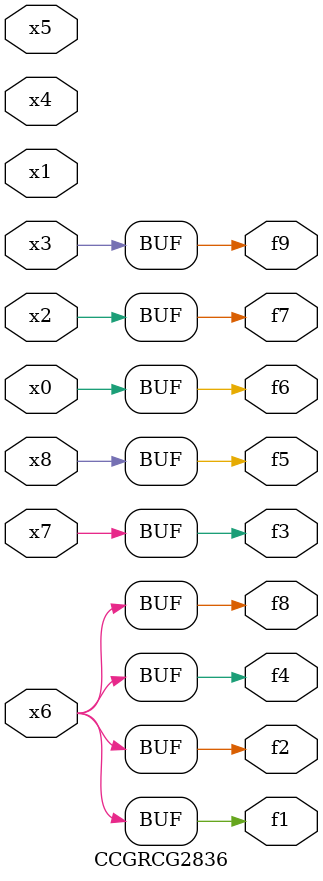
<source format=v>
module CCGRCG2836(
	input x0, x1, x2, x3, x4, x5, x6, x7, x8,
	output f1, f2, f3, f4, f5, f6, f7, f8, f9
);
	assign f1 = x6;
	assign f2 = x6;
	assign f3 = x7;
	assign f4 = x6;
	assign f5 = x8;
	assign f6 = x0;
	assign f7 = x2;
	assign f8 = x6;
	assign f9 = x3;
endmodule

</source>
